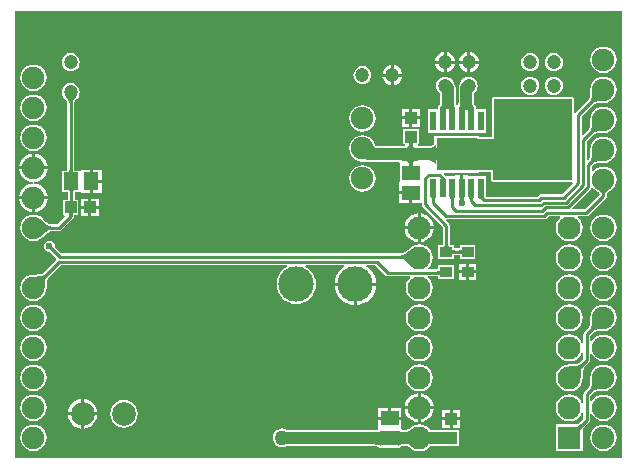
<source format=gbl>
G04*
G04 #@! TF.GenerationSoftware,Altium Limited,Altium Designer,18.1.7 (191)*
G04*
G04 Layer_Physical_Order=2*
G04 Layer_Color=16711680*
%FSLAX25Y25*%
%MOIN*%
G70*
G01*
G75*
%ADD12C,0.01000*%
%ADD39C,0.03937*%
%ADD41C,0.11811*%
%ADD42C,0.04724*%
%ADD43C,0.07874*%
%ADD44C,0.07480*%
%ADD45R,0.07677X0.07677*%
%ADD46C,0.07677*%
%ADD47C,0.02362*%
%ADD48C,0.05000*%
%ADD49R,0.03937X0.03937*%
%ADD50R,0.05906X0.05118*%
%ADD51R,0.05118X0.05906*%
%ADD52R,0.03937X0.03937*%
%ADD53R,0.03937X0.03543*%
%ADD54R,0.13780X0.11024*%
%ADD55R,0.02165X0.06496*%
%ADD56C,0.01968*%
G36*
X266142Y100787D02*
X63779D01*
Y249606D01*
X266142D01*
Y100787D01*
D02*
G37*
%LPC*%
G36*
X215461Y236003D02*
Y233177D01*
X218286D01*
X218236Y233555D01*
X217897Y234373D01*
X217358Y235075D01*
X216656Y235614D01*
X215838Y235953D01*
X215461Y236003D01*
D02*
G37*
G36*
X214461D02*
X214083Y235953D01*
X213265Y235614D01*
X212563Y235075D01*
X212024Y234373D01*
X211685Y233555D01*
X211635Y233177D01*
X214461D01*
Y236003D01*
D02*
G37*
G36*
X207587D02*
Y233177D01*
X210412D01*
X210362Y233555D01*
X210023Y234373D01*
X209485Y235075D01*
X208782Y235614D01*
X207964Y235953D01*
X207587Y236003D01*
D02*
G37*
G36*
X206587D02*
X206209Y235953D01*
X205391Y235614D01*
X204689Y235075D01*
X204150Y234373D01*
X203811Y233555D01*
X203761Y233177D01*
X206587D01*
Y236003D01*
D02*
G37*
G36*
X82284Y235695D02*
X81502Y235592D01*
X80774Y235291D01*
X80150Y234811D01*
X79670Y234186D01*
X79368Y233458D01*
X79265Y232677D01*
X79368Y231896D01*
X79670Y231168D01*
X80150Y230543D01*
X80774Y230064D01*
X81502Y229762D01*
X82284Y229659D01*
X83065Y229762D01*
X83792Y230064D01*
X84417Y230543D01*
X84897Y231168D01*
X85199Y231896D01*
X85301Y232677D01*
X85199Y233458D01*
X84897Y234186D01*
X84417Y234811D01*
X83792Y235291D01*
X83065Y235592D01*
X82284Y235695D01*
D02*
G37*
G36*
X243307Y235695D02*
X242526Y235592D01*
X241798Y235291D01*
X241173Y234811D01*
X240693Y234186D01*
X240392Y233458D01*
X240289Y232677D01*
X240392Y231896D01*
X240693Y231168D01*
X241173Y230543D01*
X241798Y230064D01*
X242526Y229762D01*
X243307Y229659D01*
X244088Y229762D01*
X244816Y230064D01*
X245441Y230543D01*
X245921Y231168D01*
X246222Y231896D01*
X246325Y232677D01*
X246222Y233458D01*
X245921Y234186D01*
X245441Y234811D01*
X244816Y235291D01*
X244088Y235592D01*
X243307Y235695D01*
D02*
G37*
G36*
X235433D02*
X234652Y235592D01*
X233924Y235291D01*
X233299Y234811D01*
X232819Y234186D01*
X232518Y233458D01*
X232415Y232677D01*
X232518Y231896D01*
X232819Y231168D01*
X233299Y230543D01*
X233924Y230064D01*
X234652Y229762D01*
X235433Y229659D01*
X236214Y229762D01*
X236942Y230064D01*
X237567Y230543D01*
X238047Y231168D01*
X238348Y231896D01*
X238451Y232677D01*
X238348Y233458D01*
X238047Y234186D01*
X237567Y234811D01*
X236942Y235291D01*
X236214Y235592D01*
X235433Y235695D01*
D02*
G37*
G36*
X218286Y232177D02*
X215461D01*
Y229352D01*
X215838Y229402D01*
X216656Y229740D01*
X217358Y230279D01*
X217897Y230982D01*
X218236Y231800D01*
X218286Y232177D01*
D02*
G37*
G36*
X214461D02*
X211635D01*
X211685Y231800D01*
X212024Y230982D01*
X212563Y230279D01*
X213265Y229740D01*
X214083Y229402D01*
X214461Y229352D01*
Y232177D01*
D02*
G37*
G36*
X210412D02*
X207587D01*
Y229352D01*
X207964Y229402D01*
X208782Y229740D01*
X209485Y230279D01*
X210023Y230982D01*
X210362Y231800D01*
X210412Y232177D01*
D02*
G37*
G36*
X206587D02*
X203761D01*
X203811Y231800D01*
X204150Y230982D01*
X204689Y230279D01*
X205391Y229740D01*
X206209Y229402D01*
X206587Y229352D01*
Y232177D01*
D02*
G37*
G36*
X259843Y237872D02*
X258702Y237722D01*
X257639Y237282D01*
X256726Y236581D01*
X256025Y235668D01*
X255585Y234605D01*
X255435Y233465D01*
X255585Y232324D01*
X256025Y231261D01*
X256726Y230348D01*
X257639Y229647D01*
X258702Y229207D01*
X259843Y229057D01*
X260983Y229207D01*
X262047Y229647D01*
X262959Y230348D01*
X263660Y231261D01*
X264100Y232324D01*
X264250Y233465D01*
X264100Y234605D01*
X263660Y235668D01*
X262959Y236581D01*
X262047Y237282D01*
X260983Y237722D01*
X259843Y237872D01*
D02*
G37*
G36*
X190027Y231672D02*
Y228847D01*
X192852D01*
X192803Y229224D01*
X192464Y230042D01*
X191925Y230744D01*
X191223Y231283D01*
X190405Y231622D01*
X190027Y231672D01*
D02*
G37*
G36*
X189027D02*
X188649Y231622D01*
X187831Y231283D01*
X187129Y230744D01*
X186590Y230042D01*
X186251Y229224D01*
X186202Y228847D01*
X189027D01*
Y231672D01*
D02*
G37*
G36*
X179527Y231364D02*
X178746Y231262D01*
X178018Y230960D01*
X177393Y230481D01*
X176913Y229855D01*
X176612Y229128D01*
X176509Y228346D01*
X176612Y227565D01*
X176913Y226837D01*
X177393Y226212D01*
X178018Y225733D01*
X178746Y225431D01*
X179527Y225328D01*
X180308Y225431D01*
X181036Y225733D01*
X181661Y226212D01*
X182141Y226837D01*
X182442Y227565D01*
X182545Y228346D01*
X182442Y229128D01*
X182141Y229855D01*
X181661Y230481D01*
X181036Y230960D01*
X180308Y231262D01*
X179527Y231364D01*
D02*
G37*
G36*
X192852Y227847D02*
X190027D01*
Y225021D01*
X190405Y225071D01*
X191223Y225410D01*
X191925Y225949D01*
X192464Y226651D01*
X192803Y227469D01*
X192852Y227847D01*
D02*
G37*
G36*
X189027D02*
X186202D01*
X186251Y227469D01*
X186590Y226651D01*
X187129Y225949D01*
X187831Y225410D01*
X188649Y225071D01*
X189027Y225021D01*
Y227847D01*
D02*
G37*
G36*
X69843Y231872D02*
X68702Y231722D01*
X67639Y231282D01*
X66726Y230581D01*
X66025Y229668D01*
X65585Y228605D01*
X65435Y227465D01*
X65585Y226324D01*
X66025Y225261D01*
X66726Y224348D01*
X67639Y223647D01*
X68702Y223207D01*
X69843Y223057D01*
X70983Y223207D01*
X72047Y223647D01*
X72959Y224348D01*
X73660Y225261D01*
X74100Y226324D01*
X74250Y227465D01*
X74100Y228605D01*
X73660Y229668D01*
X72959Y230581D01*
X72047Y231282D01*
X70983Y231722D01*
X69843Y231872D01*
D02*
G37*
G36*
X243307Y227821D02*
X242526Y227718D01*
X241798Y227417D01*
X241173Y226937D01*
X240693Y226312D01*
X240392Y225584D01*
X240289Y224803D01*
X240392Y224022D01*
X240693Y223294D01*
X241173Y222669D01*
X241798Y222189D01*
X242526Y221888D01*
X243307Y221785D01*
X244088Y221888D01*
X244816Y222189D01*
X245441Y222669D01*
X245921Y223294D01*
X246222Y224022D01*
X246325Y224803D01*
X246222Y225584D01*
X245921Y226312D01*
X245441Y226937D01*
X244816Y227417D01*
X244088Y227718D01*
X243307Y227821D01*
D02*
G37*
G36*
X235433D02*
X234652Y227718D01*
X233924Y227417D01*
X233299Y226937D01*
X232819Y226312D01*
X232518Y225584D01*
X232415Y224803D01*
X232518Y224022D01*
X232819Y223294D01*
X233299Y222669D01*
X233924Y222189D01*
X234652Y221888D01*
X235433Y221785D01*
X236214Y221888D01*
X236942Y222189D01*
X237567Y222669D01*
X238047Y223294D01*
X238348Y224022D01*
X238451Y224803D01*
X238348Y225584D01*
X238047Y226312D01*
X237567Y226937D01*
X236942Y227417D01*
X236214Y227718D01*
X235433Y227821D01*
D02*
G37*
G36*
X214961Y227821D02*
X214179Y227718D01*
X213452Y227417D01*
X212827Y226937D01*
X212347Y226312D01*
X212046Y225584D01*
X212034Y225496D01*
X211904Y225326D01*
X211642Y224694D01*
X211552Y224016D01*
Y218975D01*
X211543Y218905D01*
X211503Y218692D01*
X211485Y218624D01*
X211466Y218565D01*
X211460Y218551D01*
X211435Y218526D01*
X211358Y218412D01*
X210757D01*
X210649Y218573D01*
X210645Y218589D01*
X210597Y218936D01*
X210597Y218937D01*
Y223914D01*
X210508Y224592D01*
X210246Y225224D01*
X210008Y225534D01*
X210002Y225584D01*
X209700Y226312D01*
X209221Y226937D01*
X208595Y227417D01*
X207868Y227718D01*
X207087Y227821D01*
X206306Y227718D01*
X205578Y227417D01*
X204953Y226937D01*
X204473Y226312D01*
X204171Y225584D01*
X204069Y224803D01*
X204171Y224022D01*
X204473Y223294D01*
X204953Y222669D01*
X205355Y222360D01*
Y218937D01*
X205387Y218694D01*
X205135Y218526D01*
X204779Y217992D01*
X204653Y217362D01*
Y216968D01*
X201437D01*
Y209213D01*
X220610D01*
Y216968D01*
X217395D01*
X217394Y216988D01*
Y217362D01*
X217268Y217992D01*
X216912Y218526D01*
X216887Y218551D01*
X216881Y218565D01*
X216862Y218624D01*
X216845Y218686D01*
X216794Y218990D01*
Y222439D01*
X217095Y222669D01*
X217574Y223294D01*
X217876Y224022D01*
X217979Y224803D01*
X217876Y225584D01*
X217574Y226312D01*
X217095Y226937D01*
X216470Y227417D01*
X215742Y227718D01*
X214961Y227821D01*
D02*
G37*
G36*
X259843Y227872D02*
X258702Y227722D01*
X257639Y227282D01*
X256726Y226581D01*
X256025Y225669D01*
X255585Y224605D01*
X255435Y223465D01*
X255460Y223276D01*
X255458Y222875D01*
X255401Y221897D01*
X255350Y221490D01*
X255284Y221126D01*
X255205Y220812D01*
X255115Y220549D01*
X255019Y220338D01*
X254921Y220179D01*
X254883Y220134D01*
X250670Y215921D01*
X250526Y215706D01*
X250026Y215857D01*
Y220363D01*
X249977Y220609D01*
X249838Y220817D01*
X249629Y220957D01*
X249384Y221006D01*
X223228D01*
X222983Y220957D01*
X222774Y220817D01*
X222635Y220609D01*
X222586Y220363D01*
Y207696D01*
X218543D01*
Y208110D01*
X203504D01*
Y205829D01*
X203488Y205674D01*
X203421Y205487D01*
X203311Y205322D01*
X203137Y205161D01*
X202880Y205004D01*
X202531Y204862D01*
X202087Y204743D01*
X201550Y204653D01*
X200923Y204598D01*
X200585Y204589D01*
X199384D01*
X197967Y204709D01*
X197902Y204776D01*
X198112Y205276D01*
X198268D01*
Y210472D01*
X193071D01*
Y205276D01*
X193809D01*
X193861Y204776D01*
X193643Y204730D01*
X193176Y204666D01*
X191961Y204589D01*
X185094D01*
X184791Y204609D01*
X184500Y204645D01*
X184258Y204693D01*
X184068Y204748D01*
X183933Y204805D01*
X183851Y204855D01*
X183816Y204887D01*
X183809Y204898D01*
X183809Y204898D01*
X183785Y205078D01*
X183345Y206141D01*
X182644Y207054D01*
X181731Y207754D01*
X180668Y208195D01*
X179527Y208345D01*
X178387Y208195D01*
X177324Y207754D01*
X176411Y207054D01*
X175710Y206141D01*
X175270Y205078D01*
X175120Y203937D01*
X175270Y202796D01*
X175710Y201733D01*
X176411Y200820D01*
X177324Y200120D01*
X178387Y199679D01*
X179527Y199529D01*
X180338Y199636D01*
X180818Y199437D01*
X181496Y199348D01*
X191708D01*
X192087Y199055D01*
Y192732D01*
X191717D01*
Y189673D01*
X195669D01*
Y189173D01*
X196169D01*
Y185614D01*
X199242D01*
Y185236D01*
X199329Y184795D01*
X199579Y184422D01*
X206328Y177672D01*
Y171977D01*
X206323Y171913D01*
X206310Y171839D01*
X204882D01*
Y167035D01*
X210079D01*
Y168267D01*
X210153Y168279D01*
X210217Y168285D01*
X211830D01*
X211895Y168279D01*
X211969Y168267D01*
Y167036D01*
X217165D01*
Y171839D01*
X211969D01*
Y170607D01*
X211895Y170595D01*
X211830Y170589D01*
X210217D01*
X210153Y170595D01*
X210079Y170607D01*
Y171839D01*
X208650D01*
X208638Y171913D01*
X208632Y171977D01*
Y178150D01*
X208545Y178591D01*
X208295Y178964D01*
X207454Y179805D01*
X207463Y179872D01*
X207677Y180289D01*
X240124D01*
X240565Y180377D01*
X240939Y180626D01*
X241672Y181360D01*
X245383D01*
X245544Y180886D01*
X245238Y180652D01*
X244522Y179718D01*
X244072Y178631D01*
X243918Y177465D01*
X244072Y176298D01*
X244522Y175211D01*
X245238Y174278D01*
X246172Y173561D01*
X247259Y173111D01*
X248425Y172958D01*
X249592Y173111D01*
X250679Y173561D01*
X251612Y174278D01*
X252328Y175211D01*
X252779Y176298D01*
X252932Y177465D01*
X252779Y178631D01*
X252328Y179718D01*
X251612Y180652D01*
X251306Y180886D01*
X251467Y181360D01*
X254139D01*
X254580Y181448D01*
X254954Y181697D01*
X260657Y187401D01*
X260907Y187775D01*
X260995Y188215D01*
Y188393D01*
X260995Y188398D01*
X261021Y188564D01*
X261064Y188717D01*
X261123Y188858D01*
X261198Y188992D01*
X261292Y189120D01*
X261408Y189245D01*
X261548Y189367D01*
X261713Y189485D01*
X261856Y189568D01*
X262047Y189647D01*
X262959Y190348D01*
X263660Y191261D01*
X264100Y192324D01*
X264250Y193465D01*
X264100Y194605D01*
X263660Y195668D01*
X262959Y196581D01*
X262047Y197282D01*
X260983Y197722D01*
X259843Y197872D01*
X258702Y197722D01*
X257639Y197282D01*
X256726Y196581D01*
X256396Y196152D01*
X255896Y196322D01*
Y197889D01*
X256512Y198504D01*
X256557Y198543D01*
X256716Y198641D01*
X256927Y198737D01*
X257190Y198827D01*
X257504Y198906D01*
X257868Y198972D01*
X258275Y199023D01*
X259253Y199080D01*
X259654Y199082D01*
X259843Y199057D01*
X260983Y199207D01*
X262047Y199647D01*
X262959Y200348D01*
X263660Y201261D01*
X264100Y202324D01*
X264250Y203465D01*
X264100Y204605D01*
X263660Y205668D01*
X262959Y206581D01*
X262047Y207282D01*
X260983Y207722D01*
X259843Y207872D01*
X258702Y207722D01*
X257639Y207282D01*
X256726Y206581D01*
X256025Y205668D01*
X255585Y204605D01*
X255435Y203465D01*
X255460Y203276D01*
X255458Y202875D01*
X255401Y201897D01*
X255350Y201490D01*
X255284Y201126D01*
X255205Y200812D01*
X255115Y200549D01*
X255019Y200338D01*
X254921Y200179D01*
X254883Y200134D01*
X254728Y199979D01*
X254266Y200171D01*
Y206259D01*
X256512Y208505D01*
X256557Y208543D01*
X256716Y208641D01*
X256927Y208737D01*
X257190Y208827D01*
X257504Y208906D01*
X257868Y208972D01*
X258275Y209023D01*
X259253Y209080D01*
X259654Y209082D01*
X259843Y209057D01*
X260983Y209207D01*
X262047Y209647D01*
X262959Y210348D01*
X263660Y211261D01*
X264100Y212324D01*
X264250Y213465D01*
X264100Y214605D01*
X263660Y215669D01*
X262959Y216581D01*
X262047Y217282D01*
X260983Y217722D01*
X259843Y217872D01*
X258702Y217722D01*
X257639Y217282D01*
X256726Y216581D01*
X256025Y215669D01*
X255585Y214605D01*
X255435Y213465D01*
X255460Y213276D01*
X255458Y212875D01*
X255401Y211896D01*
X255350Y211490D01*
X255284Y211126D01*
X255205Y210812D01*
X255115Y210549D01*
X255019Y210338D01*
X254921Y210179D01*
X254883Y210134D01*
X253098Y208350D01*
X252636Y208541D01*
Y214629D01*
X256512Y218505D01*
X256557Y218543D01*
X256716Y218641D01*
X256927Y218737D01*
X257190Y218827D01*
X257504Y218906D01*
X257868Y218972D01*
X258275Y219023D01*
X259253Y219080D01*
X259654Y219082D01*
X259843Y219057D01*
X260983Y219207D01*
X262047Y219647D01*
X262959Y220348D01*
X263660Y221261D01*
X264100Y222324D01*
X264250Y223465D01*
X264100Y224605D01*
X263660Y225669D01*
X262959Y226581D01*
X262047Y227282D01*
X260983Y227722D01*
X259843Y227872D01*
D02*
G37*
G36*
X198638Y217142D02*
X196169D01*
Y214673D01*
X198638D01*
Y217142D01*
D02*
G37*
G36*
X195169D02*
X192701D01*
Y214673D01*
X195169D01*
Y217142D01*
D02*
G37*
G36*
X69843Y221872D02*
X68702Y221722D01*
X67639Y221282D01*
X66726Y220581D01*
X66025Y219669D01*
X65585Y218605D01*
X65435Y217465D01*
X65585Y216324D01*
X66025Y215261D01*
X66726Y214348D01*
X67639Y213647D01*
X68702Y213207D01*
X69843Y213057D01*
X70983Y213207D01*
X72047Y213647D01*
X72959Y214348D01*
X73660Y215261D01*
X74100Y216324D01*
X74250Y217465D01*
X74100Y218605D01*
X73660Y219669D01*
X72959Y220581D01*
X72047Y221282D01*
X70983Y221722D01*
X69843Y221872D01*
D02*
G37*
G36*
X198638Y213673D02*
X196169D01*
Y211205D01*
X198638D01*
Y213673D01*
D02*
G37*
G36*
X195169D02*
X192701D01*
Y211205D01*
X195169D01*
Y213673D01*
D02*
G37*
G36*
X179527Y218345D02*
X178387Y218195D01*
X177324Y217754D01*
X176411Y217054D01*
X175710Y216141D01*
X175270Y215078D01*
X175120Y213937D01*
X175270Y212796D01*
X175710Y211733D01*
X176411Y210820D01*
X177324Y210120D01*
X178387Y209679D01*
X179527Y209529D01*
X180668Y209679D01*
X181731Y210120D01*
X182644Y210820D01*
X183345Y211733D01*
X183785Y212796D01*
X183935Y213937D01*
X183785Y215078D01*
X183345Y216141D01*
X182644Y217054D01*
X181731Y217754D01*
X180668Y218195D01*
X179527Y218345D01*
D02*
G37*
G36*
X69843Y211872D02*
X68702Y211722D01*
X67639Y211282D01*
X66726Y210581D01*
X66025Y209668D01*
X65585Y208605D01*
X65435Y207465D01*
X65585Y206324D01*
X66025Y205261D01*
X66726Y204348D01*
X67639Y203647D01*
X68702Y203207D01*
X69843Y203057D01*
X70983Y203207D01*
X72047Y203647D01*
X72959Y204348D01*
X73660Y205261D01*
X74100Y206324D01*
X74250Y207465D01*
X74100Y208605D01*
X73660Y209668D01*
X72959Y210581D01*
X72047Y211282D01*
X70983Y211722D01*
X69843Y211872D01*
D02*
G37*
G36*
X70343Y202180D02*
Y197965D01*
X74558D01*
X74461Y198702D01*
X73983Y199855D01*
X73223Y200845D01*
X72233Y201605D01*
X71080Y202083D01*
X70343Y202180D01*
D02*
G37*
G36*
X69343D02*
X68605Y202083D01*
X67452Y201605D01*
X66462Y200845D01*
X65702Y199855D01*
X65224Y198702D01*
X65127Y197965D01*
X69343D01*
Y202180D01*
D02*
G37*
G36*
X92732Y196866D02*
X89673D01*
Y193413D01*
X92732D01*
Y196866D01*
D02*
G37*
G36*
X179527Y198345D02*
X178387Y198195D01*
X177324Y197754D01*
X176411Y197054D01*
X175710Y196141D01*
X175270Y195078D01*
X175120Y193937D01*
X175270Y192796D01*
X175710Y191733D01*
X176411Y190820D01*
X177324Y190120D01*
X178387Y189679D01*
X179527Y189529D01*
X180668Y189679D01*
X181731Y190120D01*
X182644Y190820D01*
X183345Y191733D01*
X183785Y192796D01*
X183935Y193937D01*
X183785Y195078D01*
X183345Y196141D01*
X182644Y197054D01*
X181731Y197754D01*
X180668Y198195D01*
X179527Y198345D01*
D02*
G37*
G36*
X92732Y192413D02*
X89673D01*
Y188961D01*
X92732D01*
Y192413D01*
D02*
G37*
G36*
X82284Y225695D02*
X81502Y225592D01*
X80774Y225291D01*
X80150Y224811D01*
X79670Y224186D01*
X79368Y223458D01*
X79265Y222677D01*
X79368Y221896D01*
X79670Y221168D01*
X80150Y220543D01*
X80218Y220491D01*
X80560Y220125D01*
X80706Y219944D01*
X80833Y219766D01*
X80935Y219599D01*
X81015Y219444D01*
X81073Y219302D01*
X81112Y219173D01*
X81131Y219067D01*
Y196635D01*
X81126Y196570D01*
X81114Y196496D01*
X79291D01*
Y189331D01*
X81310D01*
X81323Y189257D01*
X81328Y189192D01*
Y186989D01*
X81323Y186924D01*
X81310Y186850D01*
X79685D01*
Y181653D01*
X80158D01*
X80350Y181192D01*
X77775Y178617D01*
X75705D01*
X75646Y178622D01*
X75464Y178665D01*
X75247Y178746D01*
X74998Y178868D01*
X74719Y179034D01*
X74415Y179245D01*
X74092Y179496D01*
X73360Y180149D01*
X73075Y180431D01*
X72959Y180581D01*
X72047Y181282D01*
X70983Y181722D01*
X69843Y181872D01*
X68702Y181722D01*
X67639Y181282D01*
X66726Y180581D01*
X66025Y179668D01*
X65585Y178605D01*
X65435Y177465D01*
X65585Y176324D01*
X66025Y175261D01*
X66726Y174348D01*
X67639Y173647D01*
X68702Y173207D01*
X69843Y173057D01*
X70983Y173207D01*
X72047Y173647D01*
X72959Y174348D01*
X73075Y174498D01*
X73360Y174781D01*
X74092Y175433D01*
X74415Y175684D01*
X74719Y175895D01*
X74998Y176061D01*
X75247Y176183D01*
X75464Y176264D01*
X75646Y176307D01*
X75705Y176312D01*
X78252D01*
X78693Y176400D01*
X79067Y176650D01*
X83098Y180681D01*
X83348Y181055D01*
X83435Y181496D01*
Y181653D01*
X84882D01*
Y186850D01*
X83650D01*
X83638Y186924D01*
X83632Y186989D01*
Y189192D01*
X83638Y189257D01*
X83650Y189331D01*
X85614D01*
Y188961D01*
X88673D01*
Y192913D01*
Y196866D01*
X85614D01*
Y196496D01*
X83453D01*
X83441Y196570D01*
X83435Y196635D01*
Y219067D01*
X83455Y219173D01*
X83494Y219302D01*
X83552Y219444D01*
X83632Y219599D01*
X83734Y219766D01*
X83856Y219937D01*
X84193Y220333D01*
X84340Y220484D01*
X84417Y220543D01*
X84897Y221168D01*
X85199Y221896D01*
X85301Y222677D01*
X85199Y223458D01*
X84897Y224186D01*
X84417Y224811D01*
X83792Y225291D01*
X83065Y225592D01*
X82284Y225695D01*
D02*
G37*
G36*
X74558Y196965D02*
X65127D01*
X65224Y196227D01*
X65702Y195074D01*
X66462Y194084D01*
X67452Y193324D01*
X68605Y192847D01*
X69590Y192717D01*
Y192212D01*
X68605Y192083D01*
X67452Y191605D01*
X66462Y190845D01*
X65702Y189855D01*
X65224Y188702D01*
X65127Y187965D01*
X74558D01*
X74461Y188702D01*
X73983Y189855D01*
X73223Y190845D01*
X72233Y191605D01*
X71080Y192083D01*
X70095Y192212D01*
Y192717D01*
X71080Y192847D01*
X72233Y193324D01*
X73223Y194084D01*
X73983Y195074D01*
X74461Y196227D01*
X74558Y196965D01*
D02*
G37*
G36*
X195169Y188673D02*
X191717D01*
Y185614D01*
X195169D01*
Y188673D01*
D02*
G37*
G36*
X91551Y187221D02*
X89083D01*
Y184752D01*
X91551D01*
Y187221D01*
D02*
G37*
G36*
X88083D02*
X85614D01*
Y184752D01*
X88083D01*
Y187221D01*
D02*
G37*
G36*
X74558Y186965D02*
X70343D01*
Y182749D01*
X71080Y182846D01*
X72233Y183324D01*
X73223Y184084D01*
X73983Y185074D01*
X74461Y186227D01*
X74558Y186965D01*
D02*
G37*
G36*
X69343D02*
X65127D01*
X65224Y186227D01*
X65702Y185074D01*
X66462Y184084D01*
X67452Y183324D01*
X68605Y182846D01*
X69343Y182749D01*
Y186965D01*
D02*
G37*
G36*
X91551Y183752D02*
X89083D01*
Y181283D01*
X91551D01*
Y183752D01*
D02*
G37*
G36*
X88083D02*
X85614D01*
Y181283D01*
X88083D01*
Y183752D01*
D02*
G37*
G36*
X198925Y182279D02*
Y177965D01*
X203240D01*
X203139Y178728D01*
X202652Y179905D01*
X201876Y180915D01*
X200865Y181691D01*
X199688Y182179D01*
X198925Y182279D01*
D02*
G37*
G36*
X197925D02*
X197162Y182179D01*
X195985Y181691D01*
X194974Y180915D01*
X194199Y179905D01*
X193711Y178728D01*
X193611Y177965D01*
X197925D01*
Y182279D01*
D02*
G37*
G36*
X259843Y181872D02*
X258702Y181722D01*
X257639Y181282D01*
X256726Y180581D01*
X256025Y179668D01*
X255585Y178605D01*
X255435Y177465D01*
X255585Y176324D01*
X256025Y175261D01*
X256726Y174348D01*
X257639Y173647D01*
X258702Y173207D01*
X259843Y173057D01*
X260983Y173207D01*
X262047Y173647D01*
X262959Y174348D01*
X263660Y175261D01*
X264100Y176324D01*
X264250Y177465D01*
X264100Y178605D01*
X263660Y179668D01*
X262959Y180581D01*
X262047Y181282D01*
X260983Y181722D01*
X259843Y181872D01*
D02*
G37*
G36*
X203240Y176965D02*
X198925D01*
Y172650D01*
X199688Y172751D01*
X200865Y173238D01*
X201876Y174014D01*
X202652Y175024D01*
X203139Y176201D01*
X203240Y176965D01*
D02*
G37*
G36*
X197925D02*
X193611D01*
X193711Y176201D01*
X194199Y175024D01*
X194974Y174014D01*
X195985Y173238D01*
X197162Y172751D01*
X197925Y172650D01*
Y176965D01*
D02*
G37*
G36*
X217535Y165516D02*
X215067D01*
Y163244D01*
X217535D01*
Y165516D01*
D02*
G37*
G36*
X214067D02*
X211598D01*
Y163244D01*
X214067D01*
Y165516D01*
D02*
G37*
G36*
X259843Y171872D02*
X258702Y171722D01*
X257639Y171282D01*
X256726Y170581D01*
X256025Y169668D01*
X255585Y168605D01*
X255435Y167465D01*
X255585Y166324D01*
X256025Y165261D01*
X256726Y164348D01*
X257639Y163647D01*
X258702Y163207D01*
X259843Y163057D01*
X260983Y163207D01*
X262047Y163647D01*
X262959Y164348D01*
X263660Y165261D01*
X264100Y166324D01*
X264250Y167465D01*
X264100Y168605D01*
X263660Y169668D01*
X262959Y170581D01*
X262047Y171282D01*
X260983Y171722D01*
X259843Y171872D01*
D02*
G37*
G36*
X248425Y171972D02*
X247259Y171818D01*
X246172Y171368D01*
X245238Y170652D01*
X244522Y169718D01*
X244072Y168631D01*
X243918Y167465D01*
X244072Y166298D01*
X244522Y165211D01*
X245238Y164278D01*
X246172Y163561D01*
X247259Y163111D01*
X248425Y162958D01*
X249592Y163111D01*
X250679Y163561D01*
X251612Y164278D01*
X252328Y165211D01*
X252779Y166298D01*
X252932Y167465D01*
X252779Y168631D01*
X252328Y169718D01*
X251612Y170652D01*
X250679Y171368D01*
X249592Y171818D01*
X248425Y171972D01*
D02*
G37*
G36*
X75197Y173106D02*
X74490Y172966D01*
X73891Y172565D01*
X73491Y171967D01*
X73350Y171260D01*
X73491Y170553D01*
X73891Y169954D01*
X74490Y169554D01*
X75197Y169413D01*
X75279Y169430D01*
X75307Y169423D01*
X75342Y169411D01*
X75382Y169394D01*
X75426Y169371D01*
X75475Y169340D01*
X75524Y169304D01*
X77469Y167359D01*
X77434Y166686D01*
X73173Y162425D01*
X73128Y162386D01*
X72969Y162288D01*
X72758Y162192D01*
X72495Y162102D01*
X72181Y162023D01*
X71817Y161957D01*
X71411Y161906D01*
X70432Y161850D01*
X70031Y161848D01*
X69843Y161872D01*
X68702Y161722D01*
X67639Y161282D01*
X66726Y160581D01*
X66025Y159669D01*
X65585Y158605D01*
X65435Y157465D01*
X65585Y156324D01*
X66025Y155261D01*
X66726Y154348D01*
X67639Y153647D01*
X68702Y153207D01*
X69843Y153057D01*
X70983Y153207D01*
X72047Y153647D01*
X72959Y154348D01*
X73660Y155261D01*
X74100Y156324D01*
X74250Y157465D01*
X74226Y157653D01*
X74228Y158054D01*
X74284Y159033D01*
X74335Y159439D01*
X74401Y159803D01*
X74480Y160117D01*
X74570Y160380D01*
X74666Y160591D01*
X74764Y160750D01*
X74803Y160795D01*
X78997Y164990D01*
X154395D01*
X154520Y164490D01*
X153832Y164122D01*
X152837Y163305D01*
X152020Y162310D01*
X151413Y161174D01*
X151039Y159943D01*
X150913Y158661D01*
X151039Y157380D01*
X151413Y156148D01*
X152020Y155013D01*
X152837Y154018D01*
X153832Y153201D01*
X154967Y152594D01*
X156199Y152221D01*
X157480Y152094D01*
X158762Y152221D01*
X159993Y152594D01*
X161129Y153201D01*
X162124Y154018D01*
X162941Y155013D01*
X163548Y156148D01*
X163921Y157380D01*
X164047Y158661D01*
X163921Y159943D01*
X163548Y161174D01*
X162941Y162310D01*
X162124Y163305D01*
X161129Y164122D01*
X160440Y164490D01*
X160566Y164990D01*
X173327D01*
X173448Y164505D01*
X173310Y164431D01*
X172259Y163568D01*
X171396Y162516D01*
X170755Y161317D01*
X170360Y160015D01*
X170276Y159161D01*
X184055D01*
X183971Y160015D01*
X183576Y161317D01*
X182935Y162516D01*
X182072Y163568D01*
X181020Y164431D01*
X180882Y164505D01*
X181004Y164990D01*
X183775D01*
X187083Y161681D01*
X187457Y161432D01*
X187898Y161344D01*
X195363D01*
X195524Y160871D01*
X195238Y160652D01*
X194522Y159718D01*
X194072Y158631D01*
X193918Y157465D01*
X194072Y156298D01*
X194522Y155211D01*
X195238Y154278D01*
X196172Y153561D01*
X197259Y153111D01*
X198425Y152957D01*
X199592Y153111D01*
X200679Y153561D01*
X201612Y154278D01*
X202328Y155211D01*
X202779Y156298D01*
X202932Y157465D01*
X202779Y158631D01*
X202328Y159718D01*
X201612Y160652D01*
X201327Y160871D01*
X201487Y161344D01*
X204743D01*
X204808Y161338D01*
X204882Y161326D01*
Y160343D01*
X210079D01*
Y165146D01*
X204882D01*
Y163666D01*
X204808Y163654D01*
X204743Y163648D01*
X201570D01*
X201409Y164122D01*
X201612Y164278D01*
X202328Y165211D01*
X202779Y166298D01*
X202932Y167465D01*
X202779Y168631D01*
X202328Y169718D01*
X201612Y170652D01*
X200679Y171368D01*
X199592Y171818D01*
X198425Y171972D01*
X197259Y171818D01*
X196172Y171368D01*
X195525Y170872D01*
X195499Y170858D01*
X195394Y170771D01*
X195238Y170652D01*
X195219Y170627D01*
X194603Y170118D01*
X193827Y169557D01*
X193494Y169348D01*
X193188Y169179D01*
X192919Y169054D01*
X192690Y168972D01*
X192506Y168928D01*
X192453Y168924D01*
X79162D01*
X77153Y170933D01*
X77117Y170982D01*
X77086Y171031D01*
X77062Y171075D01*
X77045Y171115D01*
X77034Y171150D01*
X77027Y171178D01*
X77043Y171260D01*
X76903Y171967D01*
X76503Y172565D01*
X75903Y172966D01*
X75197Y173106D01*
D02*
G37*
G36*
X217535Y162244D02*
X215067D01*
Y159973D01*
X217535D01*
Y162244D01*
D02*
G37*
G36*
X214067D02*
X211598D01*
Y159973D01*
X214067D01*
Y162244D01*
D02*
G37*
G36*
X259843Y161872D02*
X258702Y161722D01*
X257639Y161282D01*
X256726Y160581D01*
X256025Y159669D01*
X255585Y158605D01*
X255435Y157465D01*
X255585Y156324D01*
X256025Y155261D01*
X256726Y154348D01*
X257639Y153647D01*
X258702Y153207D01*
X259843Y153057D01*
X260983Y153207D01*
X262047Y153647D01*
X262959Y154348D01*
X263660Y155261D01*
X264100Y156324D01*
X264250Y157465D01*
X264100Y158605D01*
X263660Y159669D01*
X262959Y160581D01*
X262047Y161282D01*
X260983Y161722D01*
X259843Y161872D01*
D02*
G37*
G36*
X248425Y161972D02*
X247259Y161818D01*
X246172Y161368D01*
X245238Y160652D01*
X244522Y159718D01*
X244072Y158631D01*
X243918Y157465D01*
X244072Y156298D01*
X244522Y155211D01*
X245238Y154278D01*
X246172Y153561D01*
X247259Y153111D01*
X248425Y152957D01*
X249592Y153111D01*
X250679Y153561D01*
X251612Y154278D01*
X252328Y155211D01*
X252779Y156298D01*
X252932Y157465D01*
X252779Y158631D01*
X252328Y159718D01*
X251612Y160652D01*
X250679Y161368D01*
X249592Y161818D01*
X248425Y161972D01*
D02*
G37*
G36*
X184055Y158161D02*
X177665D01*
Y151772D01*
X178519Y151856D01*
X179821Y152251D01*
X181020Y152892D01*
X182072Y153755D01*
X182935Y154806D01*
X183576Y156006D01*
X183971Y157308D01*
X184055Y158161D01*
D02*
G37*
G36*
X176665D02*
X170276D01*
X170360Y157308D01*
X170755Y156006D01*
X171396Y154806D01*
X172259Y153755D01*
X173310Y152892D01*
X174510Y152251D01*
X175812Y151856D01*
X176665Y151772D01*
Y158161D01*
D02*
G37*
G36*
X259843Y151872D02*
X258702Y151722D01*
X257639Y151282D01*
X256726Y150581D01*
X256025Y149669D01*
X255585Y148605D01*
X255435Y147465D01*
X255460Y147276D01*
X255458Y146875D01*
X255401Y145896D01*
X255350Y145490D01*
X255284Y145126D01*
X255205Y144812D01*
X255115Y144549D01*
X255019Y144338D01*
X254921Y144179D01*
X254883Y144134D01*
X253516Y142767D01*
X253266Y142394D01*
X253179Y141953D01*
Y138972D01*
X252679Y138873D01*
X252328Y139718D01*
X251612Y140652D01*
X250679Y141368D01*
X249592Y141818D01*
X248425Y141972D01*
X247259Y141818D01*
X246172Y141368D01*
X245238Y140652D01*
X244522Y139718D01*
X244072Y138631D01*
X243918Y137465D01*
X244072Y136298D01*
X244522Y135211D01*
X245238Y134278D01*
X246172Y133561D01*
X247259Y133111D01*
X248425Y132957D01*
X249592Y133111D01*
X250679Y133561D01*
X251612Y134278D01*
X252328Y135211D01*
X252679Y136057D01*
X253179Y135957D01*
Y133847D01*
X251869Y132538D01*
X251820Y132496D01*
X251656Y132396D01*
X251438Y132298D01*
X251167Y132206D01*
X250842Y132125D01*
X250480Y132060D01*
X249028Y131948D01*
X248620Y131946D01*
X248425Y131972D01*
X247259Y131818D01*
X246172Y131368D01*
X245238Y130652D01*
X244522Y129718D01*
X244072Y128631D01*
X243918Y127465D01*
X244072Y126298D01*
X244522Y125211D01*
X245238Y124278D01*
X246172Y123561D01*
X247259Y123111D01*
X248425Y122958D01*
X249592Y123111D01*
X250679Y123561D01*
X251612Y124278D01*
X252328Y125211D01*
X252779Y126298D01*
X252932Y127465D01*
X252907Y127659D01*
X252909Y128074D01*
X252966Y129085D01*
X253018Y129505D01*
X253085Y129882D01*
X253166Y130206D01*
X253258Y130478D01*
X253357Y130695D01*
X253457Y130859D01*
X253499Y130909D01*
X255145Y132555D01*
X255395Y132929D01*
X255483Y133370D01*
Y135264D01*
X255983Y135363D01*
X256025Y135261D01*
X256726Y134348D01*
X257639Y133647D01*
X258702Y133207D01*
X259843Y133057D01*
X260983Y133207D01*
X262047Y133647D01*
X262959Y134348D01*
X263660Y135261D01*
X264100Y136324D01*
X264250Y137465D01*
X264100Y138605D01*
X263660Y139669D01*
X262959Y140581D01*
X262047Y141282D01*
X260983Y141722D01*
X259843Y141872D01*
X258702Y141722D01*
X257639Y141282D01*
X256726Y140581D01*
X256025Y139669D01*
X255983Y139566D01*
X255483Y139665D01*
Y141475D01*
X256512Y142505D01*
X256557Y142543D01*
X256716Y142641D01*
X256927Y142737D01*
X257190Y142827D01*
X257504Y142906D01*
X257868Y142972D01*
X258275Y143023D01*
X259253Y143080D01*
X259654Y143082D01*
X259843Y143057D01*
X260983Y143207D01*
X262047Y143647D01*
X262959Y144348D01*
X263660Y145261D01*
X264100Y146324D01*
X264250Y147465D01*
X264100Y148605D01*
X263660Y149669D01*
X262959Y150581D01*
X262047Y151282D01*
X260983Y151722D01*
X259843Y151872D01*
D02*
G37*
G36*
X69843D02*
X68702Y151722D01*
X67639Y151282D01*
X66726Y150581D01*
X66025Y149669D01*
X65585Y148605D01*
X65435Y147465D01*
X65585Y146324D01*
X66025Y145261D01*
X66726Y144348D01*
X67639Y143647D01*
X68702Y143207D01*
X69843Y143057D01*
X70983Y143207D01*
X72047Y143647D01*
X72959Y144348D01*
X73660Y145261D01*
X74100Y146324D01*
X74250Y147465D01*
X74100Y148605D01*
X73660Y149669D01*
X72959Y150581D01*
X72047Y151282D01*
X70983Y151722D01*
X69843Y151872D01*
D02*
G37*
G36*
X248425Y151972D02*
X247259Y151818D01*
X246172Y151368D01*
X245238Y150652D01*
X244522Y149718D01*
X244072Y148631D01*
X243918Y147465D01*
X244072Y146298D01*
X244522Y145211D01*
X245238Y144278D01*
X246172Y143561D01*
X247259Y143111D01*
X248425Y142957D01*
X249592Y143111D01*
X250679Y143561D01*
X251612Y144278D01*
X252328Y145211D01*
X252779Y146298D01*
X252932Y147465D01*
X252779Y148631D01*
X252328Y149718D01*
X251612Y150652D01*
X250679Y151368D01*
X249592Y151818D01*
X248425Y151972D01*
D02*
G37*
G36*
X198425D02*
X197259Y151818D01*
X196172Y151368D01*
X195238Y150652D01*
X194522Y149718D01*
X194072Y148631D01*
X193918Y147465D01*
X194072Y146298D01*
X194522Y145211D01*
X195238Y144278D01*
X196172Y143561D01*
X197259Y143111D01*
X198425Y142957D01*
X199592Y143111D01*
X200679Y143561D01*
X201612Y144278D01*
X202328Y145211D01*
X202779Y146298D01*
X202932Y147465D01*
X202779Y148631D01*
X202328Y149718D01*
X201612Y150652D01*
X200679Y151368D01*
X199592Y151818D01*
X198425Y151972D01*
D02*
G37*
G36*
X69843Y141872D02*
X68702Y141722D01*
X67639Y141282D01*
X66726Y140581D01*
X66025Y139669D01*
X65585Y138605D01*
X65435Y137465D01*
X65585Y136324D01*
X66025Y135261D01*
X66726Y134348D01*
X67639Y133647D01*
X68702Y133207D01*
X69843Y133057D01*
X70983Y133207D01*
X72047Y133647D01*
X72959Y134348D01*
X73660Y135261D01*
X74100Y136324D01*
X74250Y137465D01*
X74100Y138605D01*
X73660Y139669D01*
X72959Y140581D01*
X72047Y141282D01*
X70983Y141722D01*
X69843Y141872D01*
D02*
G37*
G36*
X198425Y141972D02*
X197259Y141818D01*
X196172Y141368D01*
X195238Y140652D01*
X194522Y139718D01*
X194072Y138631D01*
X193918Y137465D01*
X194072Y136298D01*
X194522Y135211D01*
X195238Y134278D01*
X196172Y133561D01*
X197259Y133111D01*
X198425Y132957D01*
X199592Y133111D01*
X200679Y133561D01*
X201612Y134278D01*
X202328Y135211D01*
X202779Y136298D01*
X202932Y137465D01*
X202779Y138631D01*
X202328Y139718D01*
X201612Y140652D01*
X200679Y141368D01*
X199592Y141818D01*
X198425Y141972D01*
D02*
G37*
G36*
X259843Y131872D02*
X258702Y131722D01*
X257639Y131282D01*
X256726Y130581D01*
X256025Y129668D01*
X255585Y128605D01*
X255435Y127465D01*
X255460Y127276D01*
X255458Y126875D01*
X255401Y125897D01*
X255350Y125490D01*
X255284Y125126D01*
X255205Y124812D01*
X255115Y124549D01*
X255019Y124338D01*
X254921Y124179D01*
X254883Y124134D01*
X253516Y122767D01*
X253266Y122394D01*
X253179Y121953D01*
Y118972D01*
X252679Y118873D01*
X252328Y119718D01*
X251612Y120652D01*
X250679Y121368D01*
X249592Y121818D01*
X248425Y121972D01*
X247259Y121818D01*
X246172Y121368D01*
X245238Y120652D01*
X244522Y119718D01*
X244072Y118631D01*
X243918Y117465D01*
X244072Y116298D01*
X244522Y115211D01*
X245238Y114278D01*
X246172Y113561D01*
X247259Y113111D01*
X248425Y112958D01*
X249592Y113111D01*
X250679Y113561D01*
X251612Y114278D01*
X252328Y115211D01*
X252679Y116057D01*
X253179Y115957D01*
Y113847D01*
X251607Y112276D01*
X251433Y112114D01*
X251290Y111999D01*
X251196Y111933D01*
X243957D01*
Y102996D01*
X252894D01*
Y110236D01*
X252955Y110323D01*
X253193Y110603D01*
X255145Y112556D01*
X255395Y112929D01*
X255483Y113370D01*
Y115264D01*
X255983Y115364D01*
X256025Y115261D01*
X256726Y114348D01*
X257639Y113647D01*
X258702Y113207D01*
X259843Y113057D01*
X260983Y113207D01*
X262047Y113647D01*
X262959Y114348D01*
X263660Y115261D01*
X264100Y116324D01*
X264250Y117465D01*
X264100Y118605D01*
X263660Y119668D01*
X262959Y120581D01*
X262047Y121282D01*
X260983Y121722D01*
X259843Y121872D01*
X258702Y121722D01*
X257639Y121282D01*
X256726Y120581D01*
X256025Y119668D01*
X255983Y119566D01*
X255483Y119665D01*
Y121476D01*
X256512Y122504D01*
X256557Y122543D01*
X256716Y122641D01*
X256927Y122737D01*
X257190Y122827D01*
X257504Y122906D01*
X257868Y122972D01*
X258275Y123023D01*
X259253Y123080D01*
X259654Y123082D01*
X259843Y123057D01*
X260983Y123207D01*
X262047Y123647D01*
X262959Y124348D01*
X263660Y125261D01*
X264100Y126324D01*
X264250Y127465D01*
X264100Y128605D01*
X263660Y129668D01*
X262959Y130581D01*
X262047Y131282D01*
X260983Y131722D01*
X259843Y131872D01*
D02*
G37*
G36*
X69843D02*
X68702Y131722D01*
X67639Y131282D01*
X66726Y130581D01*
X66025Y129668D01*
X65585Y128605D01*
X65435Y127465D01*
X65585Y126324D01*
X66025Y125261D01*
X66726Y124348D01*
X67639Y123647D01*
X68702Y123207D01*
X69843Y123057D01*
X70983Y123207D01*
X72047Y123647D01*
X72959Y124348D01*
X73660Y125261D01*
X74100Y126324D01*
X74250Y127465D01*
X74100Y128605D01*
X73660Y129668D01*
X72959Y130581D01*
X72047Y131282D01*
X70983Y131722D01*
X69843Y131872D01*
D02*
G37*
G36*
X198425Y131972D02*
X197259Y131818D01*
X196172Y131368D01*
X195238Y130652D01*
X194522Y129718D01*
X194072Y128631D01*
X193918Y127465D01*
X194072Y126298D01*
X194522Y125211D01*
X195238Y124278D01*
X196172Y123561D01*
X197259Y123111D01*
X198425Y122958D01*
X199592Y123111D01*
X200679Y123561D01*
X201612Y124278D01*
X202328Y125211D01*
X202779Y126298D01*
X202932Y127465D01*
X202779Y128631D01*
X202328Y129718D01*
X201612Y130652D01*
X200679Y131368D01*
X199592Y131818D01*
X198425Y131972D01*
D02*
G37*
G36*
X198925Y122279D02*
Y117965D01*
X203240D01*
X203139Y118728D01*
X202652Y119905D01*
X201876Y120915D01*
X200865Y121691D01*
X199688Y122179D01*
X198925Y122279D01*
D02*
G37*
G36*
X197925D02*
X197162Y122179D01*
X195985Y121691D01*
X194974Y120915D01*
X194199Y119905D01*
X193711Y118728D01*
X193611Y117965D01*
X197925D01*
Y122279D01*
D02*
G37*
G36*
X86721Y120374D02*
Y115961D01*
X91134D01*
X91030Y116750D01*
X90533Y117950D01*
X89742Y118982D01*
X88710Y119773D01*
X87509Y120271D01*
X86721Y120374D01*
D02*
G37*
G36*
X85720D02*
X84932Y120271D01*
X83731Y119773D01*
X82699Y118982D01*
X81908Y117950D01*
X81410Y116750D01*
X81307Y115961D01*
X85720D01*
Y120374D01*
D02*
G37*
G36*
X192535Y117535D02*
X189083D01*
Y114476D01*
X192535D01*
Y117535D01*
D02*
G37*
G36*
X188083D02*
X184630D01*
Y114476D01*
X188083D01*
Y117535D01*
D02*
G37*
G36*
X212024Y116748D02*
X209555D01*
Y114280D01*
X212024D01*
Y116748D01*
D02*
G37*
G36*
X208555D02*
X206087D01*
Y114280D01*
X208555D01*
Y116748D01*
D02*
G37*
G36*
X69843Y121872D02*
X68702Y121722D01*
X67639Y121282D01*
X66726Y120581D01*
X66025Y119668D01*
X65585Y118605D01*
X65435Y117465D01*
X65585Y116324D01*
X66025Y115261D01*
X66726Y114348D01*
X67639Y113647D01*
X68702Y113207D01*
X69843Y113057D01*
X70983Y113207D01*
X72047Y113647D01*
X72959Y114348D01*
X73660Y115261D01*
X74100Y116324D01*
X74250Y117465D01*
X74100Y118605D01*
X73660Y119668D01*
X72959Y120581D01*
X72047Y121282D01*
X70983Y121722D01*
X69843Y121872D01*
D02*
G37*
G36*
X203240Y116965D02*
X198925D01*
Y112650D01*
X199688Y112751D01*
X200865Y113238D01*
X201876Y114014D01*
X202652Y115024D01*
X203139Y116201D01*
X203240Y116965D01*
D02*
G37*
G36*
X197925D02*
X193611D01*
X193711Y116201D01*
X194199Y115024D01*
X194974Y114014D01*
X195985Y113238D01*
X197162Y112751D01*
X197925Y112650D01*
Y116965D01*
D02*
G37*
G36*
X100000Y120067D02*
X98808Y119910D01*
X97697Y119450D01*
X96743Y118718D01*
X96011Y117764D01*
X95551Y116653D01*
X95394Y115461D01*
X95551Y114269D01*
X96011Y113157D01*
X96743Y112204D01*
X97697Y111471D01*
X98808Y111011D01*
X100000Y110854D01*
X101192Y111011D01*
X102303Y111471D01*
X103257Y112204D01*
X103989Y113157D01*
X104449Y114269D01*
X104606Y115461D01*
X104449Y116653D01*
X103989Y117764D01*
X103257Y118718D01*
X102303Y119450D01*
X101192Y119910D01*
X100000Y120067D01*
D02*
G37*
G36*
X212024Y113280D02*
X209555D01*
Y110811D01*
X212024D01*
Y113280D01*
D02*
G37*
G36*
X208555D02*
X206087D01*
Y110811D01*
X208555D01*
Y113280D01*
D02*
G37*
G36*
X91134Y114961D02*
X86721D01*
Y110547D01*
X87509Y110651D01*
X88710Y111148D01*
X89742Y111940D01*
X90533Y112971D01*
X91030Y114172D01*
X91134Y114961D01*
D02*
G37*
G36*
X85720D02*
X81307D01*
X81410Y114172D01*
X81908Y112971D01*
X82699Y111940D01*
X83731Y111148D01*
X84932Y110651D01*
X85720Y110547D01*
Y114961D01*
D02*
G37*
G36*
X192535Y113476D02*
X188583D01*
X184630D01*
Y110417D01*
X184377Y110022D01*
X182501Y109904D01*
X180466D01*
X180206Y110012D01*
X179528Y110101D01*
X154482D01*
X154334Y110214D01*
X153573Y110530D01*
X152756Y110637D01*
X151939Y110530D01*
X151177Y110214D01*
X150524Y109713D01*
X150022Y109059D01*
X149706Y108297D01*
X149599Y107480D01*
X149706Y106663D01*
X150022Y105902D01*
X150524Y105248D01*
X151177Y104746D01*
X151939Y104431D01*
X152756Y104323D01*
X153573Y104431D01*
X154334Y104746D01*
X154482Y104859D01*
X178786D01*
X179046Y104752D01*
X179725Y104663D01*
X182317D01*
X183097Y104650D01*
X184166Y104583D01*
X184563Y104535D01*
X184870Y104480D01*
X185000Y104444D01*
Y104094D01*
X185640D01*
X185642Y104094D01*
X185644Y104094D01*
X191522D01*
X191524Y104094D01*
X191525Y104094D01*
X192165D01*
Y104545D01*
X192336Y104606D01*
X192632Y104675D01*
X193012Y104736D01*
X193910Y104793D01*
X193915Y104793D01*
X194201Y104749D01*
X194460Y104693D01*
X194683Y104628D01*
X194870Y104556D01*
X195021Y104480D01*
X195137Y104403D01*
X195152Y104390D01*
X195238Y104278D01*
X196172Y103561D01*
X197259Y103111D01*
X198425Y102957D01*
X199592Y103111D01*
X200679Y103561D01*
X201612Y104278D01*
X202059Y104859D01*
X209055D01*
X209225Y104882D01*
X211653D01*
Y107310D01*
X211676Y107480D01*
X211653Y107651D01*
Y110079D01*
X209225D01*
X209055Y110101D01*
X202034D01*
X201612Y110652D01*
X200679Y111368D01*
X199592Y111818D01*
X198425Y111972D01*
X197259Y111818D01*
X196172Y111368D01*
X195238Y110652D01*
X195152Y110539D01*
X195137Y110526D01*
X195021Y110449D01*
X194870Y110373D01*
X194683Y110301D01*
X194460Y110236D01*
X194201Y110180D01*
X193915Y110136D01*
X193564Y110109D01*
X193480Y110111D01*
X192924Y110148D01*
X192535Y110417D01*
Y113476D01*
D02*
G37*
G36*
X259843Y111872D02*
X258702Y111722D01*
X257639Y111282D01*
X256726Y110581D01*
X256025Y109669D01*
X255585Y108605D01*
X255435Y107465D01*
X255585Y106324D01*
X256025Y105261D01*
X256726Y104348D01*
X257639Y103647D01*
X258702Y103207D01*
X259843Y103057D01*
X260983Y103207D01*
X262047Y103647D01*
X262959Y104348D01*
X263660Y105261D01*
X264100Y106324D01*
X264250Y107465D01*
X264100Y108605D01*
X263660Y109669D01*
X262959Y110581D01*
X262047Y111282D01*
X260983Y111722D01*
X259843Y111872D01*
D02*
G37*
G36*
X69843D02*
X68702Y111722D01*
X67639Y111282D01*
X66726Y110581D01*
X66025Y109669D01*
X65585Y108605D01*
X65435Y107465D01*
X65585Y106324D01*
X66025Y105261D01*
X66726Y104348D01*
X67639Y103647D01*
X68702Y103207D01*
X69843Y103057D01*
X70983Y103207D01*
X72047Y103647D01*
X72959Y104348D01*
X73660Y105261D01*
X74100Y106324D01*
X74250Y107465D01*
X74100Y108605D01*
X73660Y109669D01*
X72959Y110581D01*
X72047Y111282D01*
X70983Y111722D01*
X69843Y111872D01*
D02*
G37*
%LPD*%
G36*
X209951Y218915D02*
X210014Y218464D01*
X210036Y218380D01*
X210060Y218308D01*
X210086Y218247D01*
X210114Y218198D01*
X210145Y218161D01*
X209449Y217465D01*
X210433D01*
X210434Y217248D01*
X210488Y216372D01*
X210503Y216338D01*
X210520Y216326D01*
X208378D01*
X208395Y216338D01*
X208409Y216372D01*
X208422Y216429D01*
X208434Y216509D01*
X208451Y216736D01*
X208454Y216898D01*
X208449Y216899D01*
X208247Y216935D01*
X208129Y216950D01*
X207857Y216972D01*
X209941Y219057D01*
X209951Y218915D01*
D02*
G37*
G36*
X213672Y217642D02*
X214173Y218937D01*
X214675Y217642D01*
X216135Y219102D01*
X216150Y218947D01*
X216217Y218550D01*
X216246Y218440D01*
X216278Y218342D01*
X216315Y218254D01*
X216354Y218178D01*
X216397Y218112D01*
X216444Y218058D01*
X215748Y217362D01*
X216732D01*
X216784Y216315D01*
X214712D01*
X214722Y216325D01*
X214731Y216356D01*
X214738Y216409D01*
X214745Y216482D01*
X214757Y216836D01*
X214670Y216865D01*
X214560Y216894D01*
X214307Y216942D01*
X214175Y216959D01*
X213786Y216894D01*
X213676Y216865D01*
X213608Y216842D01*
X213634Y216315D01*
X211562D01*
X211572Y216325D01*
X211581Y216356D01*
X211589Y216409D01*
X211596Y216482D01*
X211612Y216985D01*
X211614Y217362D01*
X212598D01*
X211902Y218058D01*
X211949Y218112D01*
X211992Y218178D01*
X212032Y218254D01*
X212068Y218342D01*
X212101Y218440D01*
X212130Y218550D01*
X212178Y218804D01*
X212196Y218947D01*
X212212Y219102D01*
X213672Y217642D01*
D02*
G37*
G36*
X207335Y216315D02*
X205263D01*
X205273Y216325D01*
X205282Y216356D01*
X205290Y216409D01*
X205296Y216482D01*
X205313Y216985D01*
X205315Y217362D01*
X207283D01*
X207335Y216315D01*
D02*
G37*
G36*
X259805Y219725D02*
X259233Y219722D01*
X258216Y219663D01*
X257771Y219607D01*
X257368Y219534D01*
X257008Y219443D01*
X256689Y219335D01*
X256413Y219209D01*
X256180Y219065D01*
X255988Y218903D01*
X255281Y219610D01*
X255443Y219802D01*
X255587Y220035D01*
X255713Y220311D01*
X255821Y220630D01*
X255912Y220990D01*
X255985Y221393D01*
X256041Y221838D01*
X256100Y222855D01*
X256103Y223427D01*
X259805Y219725D01*
D02*
G37*
G36*
Y209725D02*
X259233Y209722D01*
X258216Y209663D01*
X257771Y209608D01*
X257368Y209534D01*
X257008Y209443D01*
X256689Y209335D01*
X256413Y209208D01*
X256180Y209065D01*
X255988Y208903D01*
X255281Y209610D01*
X255443Y209802D01*
X255587Y210035D01*
X255713Y210311D01*
X255821Y210630D01*
X255912Y210990D01*
X255985Y211393D01*
X256041Y211838D01*
X256100Y212855D01*
X256103Y213427D01*
X259805Y209725D01*
D02*
G37*
G36*
X183233Y204602D02*
X183329Y204462D01*
X183464Y204339D01*
X183639Y204232D01*
X183853Y204142D01*
X184106Y204068D01*
X184398Y204011D01*
X184730Y203970D01*
X185101Y203945D01*
X185512Y203937D01*
X184952Y200000D01*
X180624Y200361D01*
X183177Y204757D01*
X183233Y204602D01*
D02*
G37*
G36*
X259805Y199725D02*
X259233Y199722D01*
X258216Y199663D01*
X257771Y199607D01*
X257368Y199534D01*
X257008Y199443D01*
X256689Y199335D01*
X256413Y199208D01*
X256180Y199065D01*
X255988Y198903D01*
X255281Y199610D01*
X255443Y199802D01*
X255587Y200035D01*
X255713Y200311D01*
X255821Y200630D01*
X255912Y200990D01*
X255985Y201393D01*
X256041Y201838D01*
X256100Y202855D01*
X256103Y203427D01*
X259805Y199725D01*
D02*
G37*
G36*
X204158Y198031D02*
X204118Y198406D01*
X204000Y198740D01*
X203802Y199035D01*
X203526Y199291D01*
X203171Y199508D01*
X202736Y199685D01*
X202223Y199823D01*
X201630Y199921D01*
X200959Y199980D01*
X200209Y200000D01*
Y203937D01*
X200959Y203957D01*
X201630Y204016D01*
X202223Y204114D01*
X202736Y204252D01*
X203171Y204429D01*
X203526Y204646D01*
X203802Y204902D01*
X204000Y205197D01*
X204118Y205532D01*
X204158Y205906D01*
Y198031D01*
D02*
G37*
G36*
X196178Y207125D02*
X196271Y205929D01*
X196669D01*
X196574Y205919D01*
X196489Y205889D01*
X196414Y205838D01*
X196349Y205768D01*
X196294Y205677D01*
X196291Y205668D01*
X196312Y205391D01*
X196393Y204919D01*
X196491Y204501D01*
X196511Y204436D01*
X196524Y204427D01*
X196799Y204297D01*
X197154Y204187D01*
X197587Y204097D01*
X199358Y203947D01*
X200106Y203937D01*
X200106Y200000D01*
X199358Y199990D01*
X198098Y199910D01*
X197587Y199840D01*
X197153Y199750D01*
X196799Y199640D01*
X196524Y199510D01*
X196511Y199500D01*
X196491Y199436D01*
X196393Y199018D01*
X196323Y198607D01*
X196349Y198563D01*
X196414Y198492D01*
X196489Y198442D01*
X196574Y198411D01*
X196669Y198401D01*
X196298D01*
X196205Y197443D01*
X196178Y196812D01*
X196169Y196127D01*
X195169D01*
X195160Y196812D01*
X195038Y198401D01*
X194669D01*
X194764Y198411D01*
X194849Y198442D01*
X194924Y198492D01*
X194989Y198563D01*
X195016Y198607D01*
X194946Y199018D01*
X194848Y199436D01*
X194827Y199500D01*
X194815Y199510D01*
X194539Y199640D01*
X194185Y199750D01*
X193752Y199840D01*
X191980Y199990D01*
X191232Y200000D01*
X191232Y203937D01*
X191980Y203947D01*
X193240Y204027D01*
X193752Y204097D01*
X194185Y204187D01*
X194539Y204297D01*
X194815Y204427D01*
X194828Y204437D01*
X194848Y204501D01*
X194946Y204919D01*
X195027Y205391D01*
X195052Y205657D01*
X195044Y205677D01*
X194989Y205768D01*
X194924Y205838D01*
X194849Y205889D01*
X194764Y205919D01*
X194669Y205929D01*
X195079D01*
X195134Y206494D01*
X195160Y207125D01*
X195169Y207810D01*
X196169D01*
X196178Y207125D01*
D02*
G37*
G36*
X249384Y193465D02*
X223031D01*
Y196850D01*
X210630D01*
Y199348D01*
X211024D01*
X211702Y199437D01*
X212334Y199699D01*
X212877Y200115D01*
X213293Y200658D01*
X213555Y201290D01*
X213645Y201969D01*
X213555Y202647D01*
X213293Y203279D01*
X212877Y203822D01*
X212334Y204238D01*
X211702Y204500D01*
X211024Y204589D01*
X210630D01*
Y207054D01*
X223228D01*
Y220363D01*
X249384D01*
Y193465D01*
D02*
G37*
G36*
X261364Y190024D02*
X261149Y189872D01*
X260960Y189707D01*
X260796Y189530D01*
X260658Y189341D01*
X260544Y189140D01*
X260456Y188927D01*
X260393Y188702D01*
X260355Y188465D01*
X260343Y188215D01*
X259343D01*
X259330Y188465D01*
X259292Y188702D01*
X259229Y188927D01*
X259141Y189140D01*
X259027Y189341D01*
X258889Y189530D01*
X258725Y189707D01*
X258536Y189872D01*
X258321Y190024D01*
X258082Y190165D01*
X261603D01*
X261364Y190024D01*
D02*
G37*
G36*
X222389Y193465D02*
X222438Y193219D01*
X222577Y193010D01*
X222786Y192871D01*
X223031Y192822D01*
X249384D01*
X249692Y192380D01*
X249710Y192284D01*
X246097Y188672D01*
X239094D01*
X238653Y188584D01*
X238280Y188334D01*
X237767Y187821D01*
X220610D01*
Y194725D01*
X214681D01*
Y195095D01*
X213098D01*
Y190847D01*
X212098D01*
Y195095D01*
X210516D01*
Y194725D01*
X207237D01*
X207114Y194909D01*
X206658Y195365D01*
X206850Y195827D01*
X218543D01*
Y196208D01*
X222389D01*
Y193465D01*
D02*
G37*
G36*
X216653Y187601D02*
X216568Y187571D01*
X216493Y187521D01*
X216428Y187451D01*
X216373Y187361D01*
X216328Y187250D01*
X216293Y187120D01*
X216268Y186970D01*
X216253Y186801D01*
X216248Y186610D01*
X215248D01*
X215243Y186801D01*
X215228Y186970D01*
X215203Y187120D01*
X215168Y187250D01*
X215123Y187361D01*
X215068Y187451D01*
X215003Y187521D01*
X214928Y187571D01*
X214843Y187601D01*
X214748Y187610D01*
X216748D01*
X216653Y187601D01*
D02*
G37*
G36*
X210354D02*
X210269Y187571D01*
X210194Y187521D01*
X210129Y187451D01*
X210074Y187361D01*
X210029Y187250D01*
X209994Y187120D01*
X209969Y186970D01*
X209954Y186801D01*
X209949Y186610D01*
X208949D01*
X208944Y186801D01*
X208929Y186970D01*
X208904Y187120D01*
X208869Y187250D01*
X208824Y187361D01*
X208769Y187451D01*
X208704Y187521D01*
X208629Y187571D01*
X208544Y187601D01*
X208449Y187610D01*
X210449D01*
X210354Y187601D01*
D02*
G37*
G36*
X204055D02*
X203970Y187571D01*
X203895Y187521D01*
X203830Y187451D01*
X203775Y187361D01*
X203730Y187250D01*
X203695Y187120D01*
X203670Y186970D01*
X203655Y186801D01*
X203650Y186610D01*
X202650D01*
X202645Y186801D01*
X202630Y186970D01*
X202605Y187120D01*
X202570Y187250D01*
X202525Y187361D01*
X202470Y187451D01*
X202405Y187521D01*
X202330Y187571D01*
X202245Y187601D01*
X202150Y187610D01*
X204150D01*
X204055Y187601D01*
D02*
G37*
G36*
X219940Y187605D02*
X219928Y187587D01*
X219930Y187558D01*
X219948Y187516D01*
X219981Y187464D01*
X220030Y187399D01*
X220173Y187234D01*
X220377Y187023D01*
X219436Y186550D01*
X219229Y186751D01*
X218670Y187229D01*
X218503Y187345D01*
X218348Y187441D01*
X218202Y187515D01*
X218067Y187568D01*
X217942Y187600D01*
X217827Y187610D01*
X219969D01*
X219940Y187605D01*
D02*
G37*
G36*
X213503Y187601D02*
X213418Y187571D01*
X213343Y187521D01*
X213278Y187451D01*
X213223Y187361D01*
X213178Y187250D01*
X213143Y187120D01*
X213132Y187049D01*
X213151Y186964D01*
X213180Y186867D01*
X213216Y186777D01*
X213259Y186692D01*
X213307Y186613D01*
X213363Y186540D01*
X213425Y186473D01*
X211772Y186473D01*
X211834Y186540D01*
X211889Y186613D01*
X211938Y186692D01*
X211981Y186777D01*
X212017Y186867D01*
X212046Y186964D01*
X212065Y187049D01*
X212053Y187120D01*
X212018Y187250D01*
X211973Y187361D01*
X211918Y187451D01*
X211853Y187521D01*
X211778Y187571D01*
X211693Y187601D01*
X211598Y187610D01*
X213598D01*
X213503Y187601D01*
D02*
G37*
G36*
X256726Y190348D02*
X257639Y189647D01*
X257829Y189568D01*
X257972Y189485D01*
X258138Y189367D01*
X258277Y189245D01*
X258393Y189120D01*
X258487Y188992D01*
X258562Y188858D01*
X258621Y188717D01*
X258642Y188644D01*
X253662Y183664D01*
X249726D01*
X249535Y184126D01*
X255559Y190150D01*
X255808Y190524D01*
X255840Y190681D01*
X256374Y190806D01*
X256726Y190348D01*
D02*
G37*
G36*
X207985Y172004D02*
X208000Y171832D01*
X208025Y171681D01*
X208060Y171549D01*
X208105Y171438D01*
X208160Y171347D01*
X208225Y171276D01*
X208300Y171225D01*
X208385Y171195D01*
X208480Y171185D01*
X206480D01*
X206575Y171195D01*
X206660Y171225D01*
X206735Y171276D01*
X206800Y171347D01*
X206855Y171438D01*
X206900Y171549D01*
X206935Y171681D01*
X206960Y171832D01*
X206975Y172004D01*
X206980Y172197D01*
X207980D01*
X207985Y172004D01*
D02*
G37*
G36*
X212622Y168437D02*
X212612Y168532D01*
X212582Y168617D01*
X212531Y168692D01*
X212461Y168757D01*
X212369Y168812D01*
X212258Y168857D01*
X212127Y168892D01*
X211975Y168917D01*
X211803Y168932D01*
X211611Y168937D01*
Y169937D01*
X211803Y169942D01*
X211975Y169957D01*
X212127Y169982D01*
X212258Y170017D01*
X212369Y170062D01*
X212461Y170117D01*
X212531Y170182D01*
X212582Y170257D01*
X212612Y170342D01*
X212622Y170437D01*
Y168437D01*
D02*
G37*
G36*
X209435Y170342D02*
X209465Y170257D01*
X209516Y170182D01*
X209587Y170117D01*
X209678Y170062D01*
X209789Y170017D01*
X209921Y169982D01*
X210072Y169957D01*
X210244Y169942D01*
X210437Y169937D01*
Y168937D01*
X210244Y168932D01*
X210072Y168917D01*
X209921Y168892D01*
X209789Y168857D01*
X209678Y168812D01*
X209587Y168757D01*
X209516Y168692D01*
X209465Y168617D01*
X209435Y168532D01*
X209425Y168437D01*
Y170437D01*
X209435Y170342D01*
D02*
G37*
G36*
X83718Y220766D02*
X83349Y220332D01*
X83199Y220121D01*
X83072Y219915D01*
X82968Y219713D01*
X82887Y219516D01*
X82830Y219323D01*
X82795Y219135D01*
X82784Y218951D01*
X81783D01*
X81772Y219135D01*
X81737Y219323D01*
X81680Y219516D01*
X81599Y219713D01*
X81495Y219915D01*
X81368Y220121D01*
X81218Y220332D01*
X81045Y220547D01*
X80630Y220990D01*
X83937D01*
X83718Y220766D01*
D02*
G37*
G36*
X82788Y196662D02*
X82803Y196490D01*
X82828Y196338D01*
X82863Y196206D01*
X82908Y196095D01*
X82964Y196004D01*
X83029Y195933D01*
X83104Y195883D01*
X83188Y195852D01*
X83284Y195842D01*
X81283D01*
X81379Y195852D01*
X81463Y195883D01*
X81538Y195933D01*
X81603Y196004D01*
X81659Y196095D01*
X81704Y196206D01*
X81739Y196338D01*
X81763Y196490D01*
X81779Y196662D01*
X81783Y196854D01*
X82784D01*
X82788Y196662D01*
D02*
G37*
G36*
X83385Y189974D02*
X83300Y189944D01*
X83225Y189894D01*
X83160Y189823D01*
X83105Y189732D01*
X83060Y189620D01*
X83025Y189489D01*
X83000Y189337D01*
X82985Y189165D01*
X82980Y188973D01*
X81980D01*
X81975Y189165D01*
X81960Y189337D01*
X81935Y189489D01*
X81900Y189620D01*
X81855Y189732D01*
X81800Y189823D01*
X81735Y189894D01*
X81660Y189944D01*
X81575Y189974D01*
X81480Y189985D01*
X83480D01*
X83385Y189974D01*
D02*
G37*
G36*
X82985Y187016D02*
X83000Y186844D01*
X83025Y186692D01*
X83060Y186561D01*
X83105Y186450D01*
X83160Y186358D01*
X83225Y186287D01*
X83300Y186237D01*
X83385Y186207D01*
X83480Y186196D01*
X81480D01*
X81575Y186207D01*
X81660Y186237D01*
X81735Y186287D01*
X81800Y186358D01*
X81855Y186450D01*
X81900Y186561D01*
X81935Y186692D01*
X81960Y186844D01*
X81975Y187016D01*
X81980Y187208D01*
X82980D01*
X82985Y187016D01*
D02*
G37*
G36*
X83026Y182299D02*
X82975Y182275D01*
X82930Y182234D01*
X82891Y182178D01*
X82858Y182105D01*
X82831Y182015D01*
X82810Y181910D01*
X82795Y181788D01*
X82787Y181650D01*
X82784Y181496D01*
X81783D01*
X81780Y181650D01*
X81757Y181910D01*
X81736Y182015D01*
X81709Y182105D01*
X81676Y182178D01*
X81637Y182234D01*
X81592Y182275D01*
X81541Y182299D01*
X81484Y182308D01*
X83083D01*
X83026Y182299D01*
D02*
G37*
G36*
X72920Y179680D02*
X73681Y179002D01*
X74035Y178727D01*
X74372Y178494D01*
X74691Y178304D01*
X74993Y178155D01*
X75277Y178049D01*
X75544Y177986D01*
X75793Y177965D01*
Y176965D01*
X75544Y176943D01*
X75277Y176880D01*
X74993Y176774D01*
X74691Y176626D01*
X74372Y176435D01*
X74035Y176202D01*
X73681Y175927D01*
X72920Y175249D01*
X72514Y174846D01*
Y180083D01*
X72920Y179680D01*
D02*
G37*
G36*
X76381Y171157D02*
X76394Y171066D01*
X76415Y170975D01*
X76445Y170886D01*
X76483Y170796D01*
X76531Y170707D01*
X76587Y170619D01*
X76652Y170530D01*
X76726Y170443D01*
X76808Y170356D01*
X76101Y169649D01*
X76014Y169731D01*
X75926Y169805D01*
X75838Y169870D01*
X75749Y169926D01*
X75661Y169974D01*
X75571Y170012D01*
X75481Y170042D01*
X75391Y170063D01*
X75300Y170075D01*
X75209Y170079D01*
X76378Y171248D01*
X76381Y171157D01*
D02*
G37*
G36*
X195478Y165006D02*
X195106Y165436D01*
X194397Y166161D01*
X194060Y166456D01*
X193735Y166705D01*
X193422Y166909D01*
X193121Y167068D01*
X192832Y167181D01*
X192554Y167249D01*
X192288Y167272D01*
X192369Y168272D01*
X192608Y168293D01*
X192873Y168355D01*
X193163Y168460D01*
X193479Y168606D01*
X193820Y168794D01*
X194186Y169024D01*
X194996Y169610D01*
X195908Y170362D01*
X195478Y165006D01*
D02*
G37*
G36*
X205536Y161496D02*
X205526Y161591D01*
X205495Y161676D01*
X205445Y161751D01*
X205374Y161816D01*
X205283Y161871D01*
X205171Y161916D01*
X205040Y161951D01*
X204888Y161976D01*
X204716Y161991D01*
X204524Y161996D01*
Y162996D01*
X204716Y163001D01*
X204888Y163016D01*
X205040Y163041D01*
X205171Y163076D01*
X205283Y163121D01*
X205374Y163176D01*
X205445Y163241D01*
X205495Y163316D01*
X205526Y163401D01*
X205536Y163496D01*
Y161496D01*
D02*
G37*
G36*
X74404Y161319D02*
X74243Y161127D01*
X74099Y160894D01*
X73973Y160618D01*
X73864Y160300D01*
X73773Y159939D01*
X73700Y159536D01*
X73644Y159091D01*
X73585Y158074D01*
X73583Y157502D01*
X69880Y161205D01*
X70452Y161207D01*
X71469Y161266D01*
X71914Y161322D01*
X72317Y161395D01*
X72678Y161486D01*
X72996Y161595D01*
X73272Y161721D01*
X73506Y161864D01*
X73697Y162026D01*
X74404Y161319D01*
D02*
G37*
G36*
X259805Y143725D02*
X259233Y143722D01*
X258216Y143663D01*
X257771Y143607D01*
X257368Y143534D01*
X257008Y143443D01*
X256689Y143335D01*
X256413Y143209D01*
X256180Y143065D01*
X255988Y142903D01*
X255281Y143610D01*
X255443Y143802D01*
X255587Y144035D01*
X255713Y144311D01*
X255821Y144630D01*
X255912Y144990D01*
X255985Y145393D01*
X256041Y145838D01*
X256100Y146855D01*
X256103Y147427D01*
X259805Y143725D01*
D02*
G37*
G36*
X253099Y131431D02*
X252934Y131236D01*
X252788Y130997D01*
X252660Y130714D01*
X252550Y130387D01*
X252457Y130016D01*
X252382Y129601D01*
X252326Y129143D01*
X252266Y128094D01*
X252264Y127503D01*
X248464Y131303D01*
X249054Y131306D01*
X250562Y131422D01*
X250977Y131496D01*
X251347Y131589D01*
X251674Y131699D01*
X251957Y131827D01*
X252196Y131974D01*
X252391Y132138D01*
X253099Y131431D01*
D02*
G37*
G36*
X259805Y123725D02*
X259233Y123722D01*
X258216Y123663D01*
X257771Y123607D01*
X257368Y123534D01*
X257008Y123443D01*
X256689Y123335D01*
X256413Y123208D01*
X256180Y123065D01*
X255988Y122903D01*
X255281Y123610D01*
X255443Y123802D01*
X255587Y124035D01*
X255713Y124311D01*
X255821Y124630D01*
X255912Y124990D01*
X255985Y125393D01*
X256041Y125838D01*
X256100Y126855D01*
X256103Y127427D01*
X259805Y123725D01*
D02*
G37*
G36*
X252959Y111291D02*
X252760Y111085D01*
X252446Y110716D01*
X252332Y110553D01*
X252246Y110404D01*
X252188Y110270D01*
X252158Y110150D01*
X252157Y110045D01*
X252184Y109954D01*
X252240Y109877D01*
X250838Y111279D01*
X250914Y111224D01*
X251005Y111197D01*
X251111Y111198D01*
X251231Y111227D01*
X251365Y111285D01*
X251514Y111371D01*
X251677Y111486D01*
X251854Y111628D01*
X252252Y111998D01*
X252959Y111291D01*
D02*
G37*
G36*
X195684Y104778D02*
X195529Y104914D01*
X195344Y105036D01*
X195131Y105144D01*
X194889Y105237D01*
X194617Y105316D01*
X194317Y105381D01*
X193988Y105431D01*
X193914Y105437D01*
X192941Y105375D01*
X192508Y105306D01*
X192153Y105223D01*
X191878Y105124D01*
X191681Y105010D01*
X191563Y104881D01*
X191524Y104736D01*
Y109830D01*
X191563Y109755D01*
X191681Y109687D01*
X191878Y109628D01*
X192153Y109576D01*
X192508Y109532D01*
X193453Y109469D01*
X193583Y109467D01*
X193988Y109498D01*
X194317Y109548D01*
X194617Y109613D01*
X194889Y109692D01*
X195131Y109785D01*
X195344Y109893D01*
X195529Y110015D01*
X195684Y110152D01*
Y104778D01*
D02*
G37*
G36*
X185642Y104736D02*
X185603Y104846D01*
X185485Y104945D01*
X185288Y105031D01*
X185012Y105107D01*
X184658Y105170D01*
X184225Y105222D01*
X183122Y105292D01*
X181705Y105315D01*
Y109252D01*
X182453Y109258D01*
X184658Y109397D01*
X185012Y109460D01*
X185288Y109535D01*
X185485Y109622D01*
X185603Y109721D01*
X185642Y109830D01*
Y104736D01*
D02*
G37*
D12*
X247364Y185890D02*
X253114Y191640D01*
X239963Y185890D02*
X247364D01*
X239112Y185039D02*
X239963Y185890D01*
X246575Y187520D02*
X251484Y192429D01*
X239094Y187520D02*
X246575D01*
X238244Y186669D02*
X239094Y187520D01*
X240630Y184252D02*
X248031D01*
X239449Y183071D02*
X240630Y184252D01*
X248031D02*
X254744Y190965D01*
X241195Y182512D02*
X254139D01*
X240124Y181441D02*
X241195Y182512D01*
X254139D02*
X259843Y188215D01*
Y193465D01*
X253114Y206736D02*
X259843Y213465D01*
X253114Y191640D02*
Y206736D01*
X251484Y215106D02*
X259843Y223465D01*
X251484Y192429D02*
Y215106D01*
X82284Y181496D02*
Y184252D01*
X78252Y177465D02*
X82284Y181496D01*
X69843Y177465D02*
X78252D01*
X212598Y185630D02*
X212598Y185630D01*
X212598Y185630D02*
Y190847D01*
X210697Y183075D02*
X218860D01*
X209449Y184323D02*
X210697Y183075D01*
X209449Y184323D02*
Y190847D01*
X220024Y186669D02*
X238244D01*
X218898Y187795D02*
X220024Y186669D01*
X218898Y187795D02*
Y190847D01*
X217087Y185039D02*
X239112D01*
X215748Y186378D02*
X217087Y185039D01*
X225557Y183071D02*
X239449D01*
X207517Y181441D02*
X240124D01*
X225553Y183075D02*
X225557Y183071D01*
X203150Y185809D02*
X207517Y181441D01*
X219723Y183075D02*
X225553D01*
X254744Y198366D02*
X259843Y203465D01*
X254744Y190965D02*
Y198366D01*
X259291Y127402D02*
Y128425D01*
X82284Y184252D02*
X82480Y184449D01*
Y192913D01*
X82284Y193110D02*
X82480Y192913D01*
X82284Y193110D02*
Y222677D01*
X78685Y167772D02*
X198118D01*
X198425Y167465D01*
X75197Y171260D02*
X78685Y167772D01*
X184252Y166142D02*
X187898Y162496D01*
X78520Y166142D02*
X184252D01*
X69843Y157465D02*
X78520Y166142D01*
X187898Y162496D02*
X207232D01*
X207480Y162744D01*
X214567Y169437D02*
X214567Y169437D01*
X207480Y169437D02*
X214567D01*
X207480D02*
Y178150D01*
X200394Y185236D02*
X207480Y178150D01*
X203150Y185809D02*
Y190847D01*
X200394Y194019D02*
X201599Y195224D01*
X200394Y185236D02*
Y194019D01*
X201599Y195224D02*
X205169D01*
X206299Y194095D01*
Y190847D02*
Y194095D01*
X219719Y183071D02*
X219723Y183075D01*
X218860D02*
X218864Y183071D01*
X219719D01*
X215748Y186378D02*
Y190847D01*
X195669Y195866D02*
X195669Y195866D01*
Y201969D01*
X195669Y201969D01*
Y207874D01*
X254331Y121953D02*
X259843Y127465D01*
X254331Y113370D02*
Y121953D01*
X259291Y127402D02*
X259354Y127465D01*
X259843D01*
X248425Y107465D02*
X254331Y113370D01*
Y141953D02*
X259843Y147465D01*
X254331Y133370D02*
Y141953D01*
X248425Y127465D02*
X254331Y133370D01*
X259449Y136378D02*
Y138425D01*
D39*
X198425Y107465D02*
X198441Y107480D01*
X209055D01*
X195669Y201969D02*
X211024D01*
X181496D02*
X195669D01*
X179527Y203937D02*
X181496Y201969D01*
X207087Y224803D02*
X207976Y223914D01*
Y218937D02*
Y223914D01*
X214173Y224016D02*
X214961Y224803D01*
X214173Y218937D02*
Y224016D01*
X179725Y107283D02*
X188583D01*
X179528Y107480D02*
X179725Y107283D01*
X152756Y107480D02*
X179528D01*
X188583Y107283D02*
X188764Y107465D01*
X198425D01*
D41*
X177165Y158661D02*
D03*
X157480D02*
D03*
D42*
X82284Y232677D02*
D03*
Y222677D02*
D03*
X207087Y232677D02*
D03*
X214961D02*
D03*
Y224803D02*
D03*
X207087D02*
D03*
X179527Y228346D02*
D03*
X189527D02*
D03*
X235433Y232677D02*
D03*
X243307D02*
D03*
Y224803D02*
D03*
X235433D02*
D03*
D43*
X86221Y115461D02*
D03*
X100000D02*
D03*
D44*
X259843Y127465D02*
D03*
Y137465D02*
D03*
Y147465D02*
D03*
Y157465D02*
D03*
Y167465D02*
D03*
Y177465D02*
D03*
Y193465D02*
D03*
Y203465D02*
D03*
Y213465D02*
D03*
Y223465D02*
D03*
Y233465D02*
D03*
Y117465D02*
D03*
Y107465D02*
D03*
X69843D02*
D03*
Y117465D02*
D03*
Y127465D02*
D03*
Y137465D02*
D03*
Y147465D02*
D03*
Y157465D02*
D03*
Y177465D02*
D03*
Y187465D02*
D03*
Y197465D02*
D03*
Y207465D02*
D03*
Y217465D02*
D03*
Y227465D02*
D03*
X179527Y193937D02*
D03*
Y203937D02*
D03*
Y213937D02*
D03*
D45*
X248425Y107465D02*
D03*
D46*
Y117465D02*
D03*
Y127465D02*
D03*
Y137465D02*
D03*
Y147465D02*
D03*
Y157465D02*
D03*
Y167465D02*
D03*
Y177465D02*
D03*
X198425Y107465D02*
D03*
Y117465D02*
D03*
Y127465D02*
D03*
Y137465D02*
D03*
Y147465D02*
D03*
Y157465D02*
D03*
Y167465D02*
D03*
Y177465D02*
D03*
D47*
X212598Y185630D02*
D03*
X75197Y171260D02*
D03*
D48*
X152756Y107480D02*
D03*
D49*
X209055Y107480D02*
D03*
Y113780D02*
D03*
X195669Y214173D02*
D03*
Y207874D02*
D03*
D50*
X188583Y107283D02*
D03*
Y113976D02*
D03*
X195669Y195866D02*
D03*
Y189173D02*
D03*
D51*
X89173Y192913D02*
D03*
X82480D02*
D03*
D52*
X82284Y184252D02*
D03*
X88583D02*
D03*
D53*
X207480Y169437D02*
D03*
Y162744D02*
D03*
X214567Y169437D02*
D03*
Y162744D02*
D03*
D54*
X211024Y201969D02*
D03*
D55*
X203150Y213090D02*
D03*
X206299D02*
D03*
X209449D02*
D03*
X212598D02*
D03*
X215748D02*
D03*
X218898D02*
D03*
X203150Y190847D02*
D03*
X206299D02*
D03*
X209449D02*
D03*
X212598D02*
D03*
X215748D02*
D03*
X218898D02*
D03*
D56*
X206299Y213090D02*
Y217362D01*
X207976Y218937D02*
X209449Y217465D01*
Y213090D02*
Y217465D01*
X212598Y213090D02*
Y217362D01*
X214173Y218937D01*
X215748Y217362D01*
Y213090D02*
Y217362D01*
M02*

</source>
